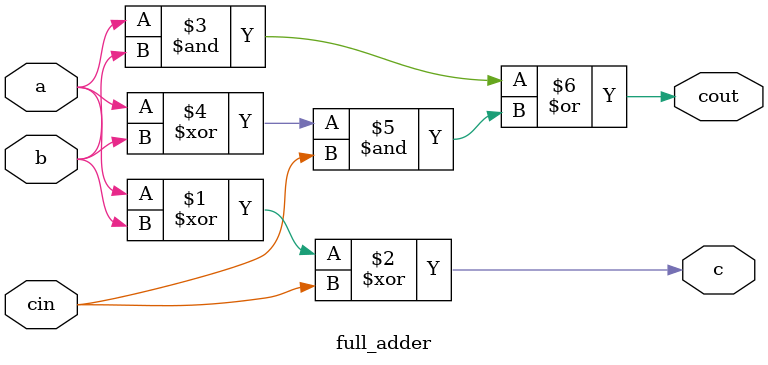
<source format=v>
`timescale 1ns / 1ps


module full_adder(
    input a, b, cin,
    output c, cout
    );
    assign c = (a^b)^cin;
    assign cout = (a&b)|((a^b)&cin);
endmodule

</source>
